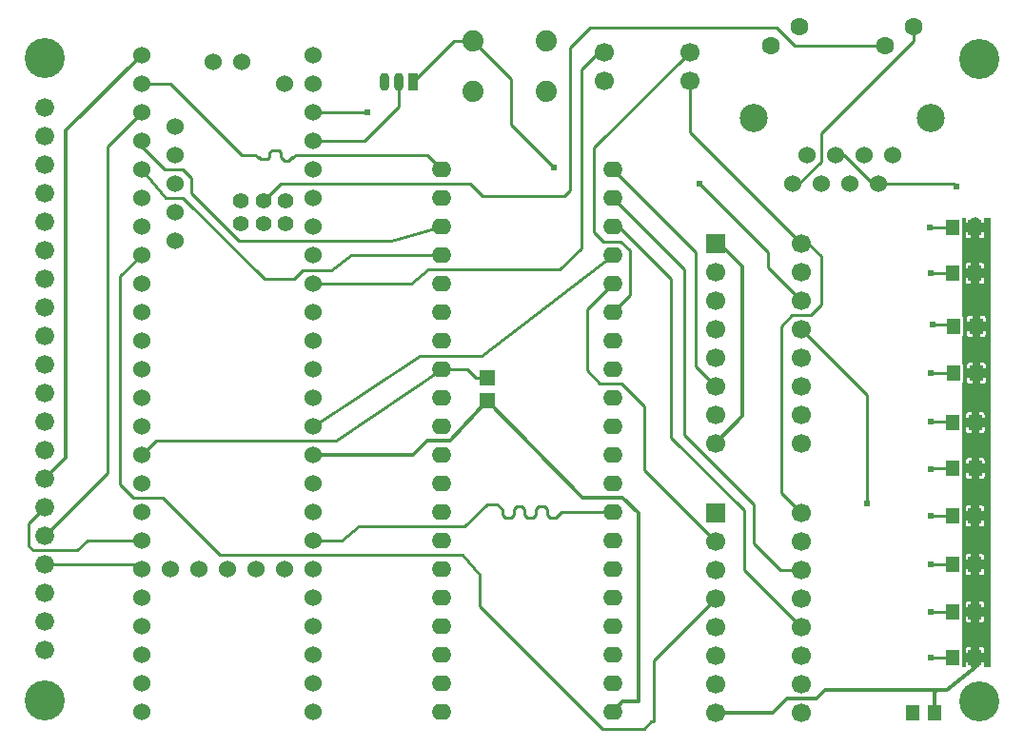
<source format=gbl>
G04 Layer: BottomLayer*
G04 EasyEDA v6.5.39, 2024-01-24 12:43:59*
G04 deea6d9213314a98b6ebed6103c3b4d4,cb1d8df9e4d043698efa6217e4288dd5,10*
G04 Gerber Generator version 0.2*
G04 Scale: 100 percent, Rotated: No, Reflected: No *
G04 Dimensions in millimeters *
G04 leading zeros omitted , absolute positions ,4 integer and 5 decimal *
%FSLAX45Y45*%
%MOMM*%

%AMMACRO1*21,1,$1,$2,0,0,$3*%
%ADD10C,0.2540*%
%ADD11C,0.2500*%
%ADD12C,0.3000*%
%ADD13C,0.4064*%
%ADD14MACRO1,1.377X1.1325X-90.0000*%
%ADD15MACRO1,1.377X1.1325X90.0000*%
%ADD16R,1.3500X1.4100*%
%ADD17MACRO1,1.35X1.41X0.0000*%
%ADD18C,1.6764*%
%ADD19C,3.5560*%
%ADD20C,1.6000*%
%ADD21C,1.5240*%
%ADD22C,2.5000*%
%ADD23O,1.7500092X1.3999972*%
%ADD24C,1.7000*%
%ADD25O,0.8999982X1.5999968*%
%ADD26R,0.9000X1.6000*%
%ADD27R,1.7000X1.7000*%
%ADD28C,1.8796*%
%ADD29C,1.4000*%
%ADD30C,0.6100*%
%ADD31C,0.0172*%

%LPD*%
G36*
X8963660Y11150600D02*
G01*
X8959748Y11151362D01*
X8956497Y11153597D01*
X8954262Y11156848D01*
X8953500Y11160760D01*
X8953500Y13675410D01*
X8953906Y13678204D01*
X8955074Y13680846D01*
X8958834Y13686739D01*
X8960713Y13692174D01*
X8961424Y13698524D01*
X8961424Y13835075D01*
X8960713Y13841425D01*
X8958834Y13846860D01*
X8955074Y13852753D01*
X8953906Y13855395D01*
X8953500Y13858189D01*
X8953500Y14094510D01*
X8953906Y14097304D01*
X8955074Y14099946D01*
X8958834Y14105839D01*
X8960713Y14111274D01*
X8961424Y14117624D01*
X8961424Y14254175D01*
X8960713Y14260525D01*
X8958834Y14265960D01*
X8955074Y14271853D01*
X8953906Y14274495D01*
X8953500Y14277289D01*
X8953500Y15140940D01*
X8954262Y15144851D01*
X8956497Y15148102D01*
X8959748Y15150338D01*
X8963660Y15151100D01*
X8975090Y15151100D01*
X8978849Y15150388D01*
X8982100Y15148306D01*
X8984335Y15145156D01*
X8985199Y15141397D01*
X8984386Y15136825D01*
X8983675Y15130475D01*
X8983675Y15102992D01*
X9031528Y15102992D01*
X9031528Y15140940D01*
X9032290Y15144851D01*
X9034526Y15148102D01*
X9037828Y15150338D01*
X9041688Y15151100D01*
X9090710Y15151100D01*
X9094571Y15150338D01*
X9097873Y15148102D01*
X9100108Y15144851D01*
X9100870Y15140940D01*
X9100870Y15102992D01*
X9148724Y15102992D01*
X9148724Y15130475D01*
X9147200Y15141397D01*
X9148114Y15145156D01*
X9150299Y15148306D01*
X9153550Y15150388D01*
X9157360Y15151100D01*
X9197340Y15151100D01*
X9201251Y15150338D01*
X9204502Y15148102D01*
X9206738Y15144851D01*
X9207500Y15140940D01*
X9207500Y11160760D01*
X9206738Y11156848D01*
X9204502Y11153597D01*
X9201251Y11151362D01*
X9197340Y11150600D01*
X9157360Y11150600D01*
X9153550Y11151311D01*
X9150299Y11153394D01*
X9148114Y11156543D01*
X9147200Y11160302D01*
X9148013Y11164874D01*
X9148724Y11171224D01*
X9148724Y11198707D01*
X9100870Y11198707D01*
X9100870Y11160760D01*
X9100108Y11156848D01*
X9097873Y11153597D01*
X9094571Y11151362D01*
X9090710Y11150600D01*
X9041688Y11150600D01*
X9037828Y11151362D01*
X9034526Y11153597D01*
X9032290Y11156848D01*
X9031528Y11160760D01*
X9031528Y11198707D01*
X8983675Y11198707D01*
X8983675Y11171224D01*
X8985199Y11160302D01*
X8984335Y11156543D01*
X8982100Y11153394D01*
X8978849Y11151311D01*
X8975090Y11150600D01*
G37*

%LPC*%
G36*
X9100870Y11280292D02*
G01*
X9148724Y11280292D01*
X9148724Y11307775D01*
X9148013Y11314125D01*
X9146133Y11319560D01*
X9143034Y11324488D01*
X9138920Y11328552D01*
X9134043Y11331651D01*
X9128607Y11333530D01*
X9122257Y11334242D01*
X9100870Y11334242D01*
G37*
G36*
X8983675Y11280292D02*
G01*
X9031528Y11280292D01*
X9031528Y11334242D01*
X9010142Y11334242D01*
X9003842Y11333530D01*
X8998356Y11331651D01*
X8993479Y11328552D01*
X8989364Y11324488D01*
X8986316Y11319560D01*
X8984386Y11314125D01*
X8983675Y11307775D01*
G37*
G36*
X9010142Y11551158D02*
G01*
X9031528Y11551158D01*
X9031528Y11605107D01*
X8983675Y11605107D01*
X8983675Y11577624D01*
X8984386Y11571274D01*
X8986316Y11565839D01*
X8989364Y11560911D01*
X8993479Y11556847D01*
X8998356Y11553748D01*
X9003842Y11551869D01*
G37*
G36*
X9100870Y11551158D02*
G01*
X9122257Y11551158D01*
X9128607Y11551869D01*
X9134043Y11553748D01*
X9138920Y11556847D01*
X9143034Y11560911D01*
X9146133Y11565839D01*
X9148013Y11571274D01*
X9148724Y11577624D01*
X9148724Y11605107D01*
X9100870Y11605107D01*
G37*
G36*
X8983675Y11686692D02*
G01*
X9031528Y11686692D01*
X9031528Y11740642D01*
X9010142Y11740642D01*
X9003842Y11739930D01*
X8998356Y11738051D01*
X8993479Y11734952D01*
X8989364Y11730888D01*
X8986316Y11725960D01*
X8984386Y11720525D01*
X8983675Y11714175D01*
G37*
G36*
X9100870Y11686692D02*
G01*
X9148724Y11686692D01*
X9148724Y11714175D01*
X9148013Y11720525D01*
X9146133Y11725960D01*
X9143034Y11730888D01*
X9138920Y11734952D01*
X9134043Y11738051D01*
X9128607Y11739930D01*
X9122257Y11740642D01*
X9100870Y11740642D01*
G37*
G36*
X9100870Y11970258D02*
G01*
X9122257Y11970258D01*
X9128607Y11970969D01*
X9134043Y11972848D01*
X9138920Y11975947D01*
X9143034Y11980011D01*
X9146133Y11984939D01*
X9148013Y11990374D01*
X9148724Y11996724D01*
X9148724Y12024207D01*
X9100870Y12024207D01*
G37*
G36*
X9010142Y11970258D02*
G01*
X9031528Y11970258D01*
X9031528Y12024207D01*
X8983675Y12024207D01*
X8983675Y11996724D01*
X8984386Y11990374D01*
X8986316Y11984939D01*
X8989364Y11980011D01*
X8993479Y11975947D01*
X8998356Y11972848D01*
X9003842Y11970969D01*
G37*
G36*
X8983675Y12105792D02*
G01*
X9031528Y12105792D01*
X9031528Y12159742D01*
X9010142Y12159742D01*
X9003842Y12159030D01*
X8998356Y12157151D01*
X8993479Y12154052D01*
X8989364Y12149988D01*
X8986316Y12145060D01*
X8984386Y12139625D01*
X8983675Y12133275D01*
G37*
G36*
X9100870Y12105792D02*
G01*
X9148724Y12105792D01*
X9148724Y12133275D01*
X9148013Y12139625D01*
X9146133Y12145060D01*
X9143034Y12149988D01*
X9138920Y12154052D01*
X9134043Y12157151D01*
X9128607Y12159030D01*
X9122257Y12159742D01*
X9100870Y12159742D01*
G37*
G36*
X9010142Y12402058D02*
G01*
X9031528Y12402058D01*
X9031528Y12456007D01*
X8983675Y12456007D01*
X8983675Y12428524D01*
X8984386Y12422174D01*
X8986316Y12416739D01*
X8989364Y12411811D01*
X8993479Y12407747D01*
X8998356Y12404648D01*
X9003842Y12402769D01*
G37*
G36*
X9100870Y12402058D02*
G01*
X9122257Y12402058D01*
X9128607Y12402769D01*
X9134043Y12404648D01*
X9138920Y12407747D01*
X9143034Y12411811D01*
X9146133Y12416739D01*
X9148013Y12422174D01*
X9148724Y12428524D01*
X9148724Y12456007D01*
X9100870Y12456007D01*
G37*
G36*
X8983675Y12537592D02*
G01*
X9031528Y12537592D01*
X9031528Y12591542D01*
X9010142Y12591542D01*
X9003842Y12590830D01*
X8998356Y12588951D01*
X8993479Y12585852D01*
X8989364Y12581788D01*
X8986316Y12576860D01*
X8984386Y12571425D01*
X8983675Y12565075D01*
G37*
G36*
X9100870Y12537592D02*
G01*
X9148724Y12537592D01*
X9148724Y12565075D01*
X9148013Y12571425D01*
X9146133Y12576860D01*
X9143034Y12581788D01*
X9138920Y12585852D01*
X9134043Y12588951D01*
X9128607Y12590830D01*
X9122257Y12591542D01*
X9100870Y12591542D01*
G37*
G36*
X9013545Y12825984D02*
G01*
X9034932Y12825984D01*
X9034932Y12879933D01*
X8987028Y12879933D01*
X8987028Y12852450D01*
X8987739Y12846100D01*
X8989669Y12840665D01*
X8992768Y12835737D01*
X8996832Y12831673D01*
X9001760Y12828574D01*
X9007195Y12826695D01*
G37*
G36*
X9104223Y12825984D02*
G01*
X9125661Y12825984D01*
X9131960Y12826695D01*
X9137446Y12828574D01*
X9142323Y12831673D01*
X9146438Y12835737D01*
X9149486Y12840665D01*
X9151416Y12846100D01*
X9152128Y12852450D01*
X9152128Y12879933D01*
X9104223Y12879933D01*
G37*
G36*
X8987028Y12961518D02*
G01*
X9034932Y12961518D01*
X9034932Y13015468D01*
X9013545Y13015468D01*
X9007195Y13014756D01*
X9001760Y13012877D01*
X8996832Y13009778D01*
X8992768Y13005714D01*
X8989669Y13000786D01*
X8987739Y12995351D01*
X8987028Y12989001D01*
G37*
G36*
X9104223Y12961518D02*
G01*
X9152128Y12961518D01*
X9152128Y12989001D01*
X9151416Y12995351D01*
X9149486Y13000786D01*
X9146438Y13005714D01*
X9142323Y13009778D01*
X9137446Y13012877D01*
X9131960Y13014756D01*
X9125661Y13015468D01*
X9104223Y13015468D01*
G37*
G36*
X9104223Y13232384D02*
G01*
X9125661Y13232384D01*
X9131960Y13233095D01*
X9137446Y13234974D01*
X9142323Y13238073D01*
X9146438Y13242137D01*
X9149486Y13247065D01*
X9151416Y13252500D01*
X9152128Y13258850D01*
X9152128Y13286333D01*
X9104223Y13286333D01*
G37*
G36*
X9013545Y13232384D02*
G01*
X9034932Y13232384D01*
X9034932Y13286333D01*
X8987028Y13286333D01*
X8987028Y13258850D01*
X8987739Y13252500D01*
X8989669Y13247065D01*
X8992768Y13242137D01*
X8996832Y13238073D01*
X9001760Y13234974D01*
X9007195Y13233095D01*
G37*
G36*
X9104223Y13367918D02*
G01*
X9152128Y13367918D01*
X9152128Y13395401D01*
X9151416Y13401751D01*
X9149486Y13407186D01*
X9146438Y13412114D01*
X9142323Y13416178D01*
X9137446Y13419277D01*
X9131960Y13421156D01*
X9125661Y13421868D01*
X9104223Y13421868D01*
G37*
G36*
X8987028Y13367918D02*
G01*
X9034932Y13367918D01*
X9034932Y13421868D01*
X9013545Y13421868D01*
X9007195Y13421156D01*
X9001760Y13419277D01*
X8996832Y13416178D01*
X8992768Y13412114D01*
X8989669Y13407186D01*
X8987739Y13401751D01*
X8987028Y13395401D01*
G37*
G36*
X9113570Y13672057D02*
G01*
X9134957Y13672057D01*
X9141307Y13672769D01*
X9146743Y13674648D01*
X9151620Y13677747D01*
X9155734Y13681811D01*
X9158833Y13686739D01*
X9160713Y13692174D01*
X9161424Y13698524D01*
X9161424Y13726007D01*
X9113570Y13726007D01*
G37*
G36*
X9022842Y13672057D02*
G01*
X9044228Y13672057D01*
X9044228Y13726007D01*
X8996375Y13726007D01*
X8996375Y13698524D01*
X8997086Y13692174D01*
X8999016Y13686739D01*
X9002064Y13681811D01*
X9006179Y13677747D01*
X9011056Y13674648D01*
X9016542Y13672769D01*
G37*
G36*
X9113570Y13807592D02*
G01*
X9161424Y13807592D01*
X9161424Y13835075D01*
X9160713Y13841425D01*
X9158833Y13846860D01*
X9155734Y13851788D01*
X9151620Y13855852D01*
X9146743Y13858951D01*
X9141307Y13860830D01*
X9134957Y13861542D01*
X9113570Y13861542D01*
G37*
G36*
X8996375Y13807592D02*
G01*
X9044228Y13807592D01*
X9044228Y13861542D01*
X9022842Y13861542D01*
X9016542Y13860830D01*
X9011056Y13858951D01*
X9006179Y13855852D01*
X9002064Y13851788D01*
X8999016Y13846860D01*
X8997086Y13841425D01*
X8996375Y13835075D01*
G37*
G36*
X9113570Y14091157D02*
G01*
X9134957Y14091157D01*
X9141307Y14091869D01*
X9146743Y14093748D01*
X9151620Y14096847D01*
X9155734Y14100911D01*
X9158833Y14105839D01*
X9160713Y14111274D01*
X9161424Y14117624D01*
X9161424Y14145107D01*
X9113570Y14145107D01*
G37*
G36*
X9022842Y14091157D02*
G01*
X9044228Y14091157D01*
X9044228Y14145107D01*
X8996375Y14145107D01*
X8996375Y14117624D01*
X8997086Y14111274D01*
X8999016Y14105839D01*
X9002064Y14100911D01*
X9006179Y14096847D01*
X9011056Y14093748D01*
X9016542Y14091869D01*
G37*
G36*
X8996375Y14226692D02*
G01*
X9044228Y14226692D01*
X9044228Y14280642D01*
X9022842Y14280642D01*
X9016542Y14279930D01*
X9011056Y14278051D01*
X9006179Y14274952D01*
X9002064Y14270888D01*
X8999016Y14265960D01*
X8997086Y14260525D01*
X8996375Y14254175D01*
G37*
G36*
X9113570Y14226692D02*
G01*
X9161424Y14226692D01*
X9161424Y14254175D01*
X9160713Y14260525D01*
X9158833Y14265960D01*
X9155734Y14270888D01*
X9151620Y14274952D01*
X9146743Y14278051D01*
X9141307Y14279930D01*
X9134957Y14280642D01*
X9113570Y14280642D01*
G37*
G36*
X9100870Y14561057D02*
G01*
X9122257Y14561057D01*
X9128607Y14561769D01*
X9134043Y14563648D01*
X9138920Y14566747D01*
X9143034Y14570811D01*
X9146133Y14575739D01*
X9148013Y14581174D01*
X9148724Y14587524D01*
X9148724Y14615007D01*
X9100870Y14615007D01*
G37*
G36*
X9010142Y14561057D02*
G01*
X9031528Y14561057D01*
X9031528Y14615007D01*
X8983675Y14615007D01*
X8983675Y14587524D01*
X8984386Y14581174D01*
X8986316Y14575739D01*
X8989364Y14570811D01*
X8993479Y14566747D01*
X8998356Y14563648D01*
X9003842Y14561769D01*
G37*
G36*
X9100870Y14696592D02*
G01*
X9148724Y14696592D01*
X9148724Y14724075D01*
X9148013Y14730425D01*
X9146133Y14735860D01*
X9143034Y14740788D01*
X9138920Y14744852D01*
X9134043Y14747951D01*
X9128607Y14749830D01*
X9122257Y14750542D01*
X9100870Y14750542D01*
G37*
G36*
X8983675Y14696592D02*
G01*
X9031528Y14696592D01*
X9031528Y14750542D01*
X9010142Y14750542D01*
X9003842Y14749830D01*
X8998356Y14747951D01*
X8993479Y14744852D01*
X8989364Y14740788D01*
X8986316Y14735860D01*
X8984386Y14730425D01*
X8983675Y14724075D01*
G37*
G36*
X9010142Y14967457D02*
G01*
X9031528Y14967457D01*
X9031528Y15021407D01*
X8983675Y15021407D01*
X8983675Y14993924D01*
X8984386Y14987574D01*
X8986316Y14982139D01*
X8989364Y14977211D01*
X8993479Y14973147D01*
X8998356Y14970048D01*
X9003842Y14968169D01*
G37*
G36*
X9100870Y14967457D02*
G01*
X9122257Y14967457D01*
X9128607Y14968169D01*
X9134043Y14970048D01*
X9138920Y14973147D01*
X9143034Y14977211D01*
X9146133Y14982139D01*
X9148013Y14987574D01*
X9148724Y14993924D01*
X9148724Y15021407D01*
X9100870Y15021407D01*
G37*

%LPD*%
D10*
X3175000Y14566900D02*
G01*
X4052824Y14566900D01*
X4203700Y14693900D01*
X5374131Y14690597D01*
X5562600Y14879066D01*
X5562600Y16471900D01*
X5715000Y16624300D01*
X5765800Y16624300D01*
X6527800Y16624300D02*
G01*
X5676900Y15773400D01*
X5676900Y15024100D01*
X5759958Y14941042D01*
X5912358Y14941042D01*
X5994400Y14859000D01*
X5994400Y14465300D01*
X5842000Y14312900D01*
X2735072Y15301976D02*
G01*
X2888995Y15455900D01*
X4572000Y15455900D01*
X4686300Y15341600D01*
X5410200Y15341600D01*
X5461000Y15392400D01*
X5461000Y16662400D01*
X5638800Y16840200D01*
X7302500Y16840200D01*
X7459725Y16682974D01*
X8265159Y16682974D01*
X5321300Y15595600D02*
G01*
X4940300Y15976600D01*
X4940300Y16386484D01*
X4602756Y16724020D01*
X7518400Y12522200D02*
G01*
X7340600Y12700000D01*
X7340600Y14185900D01*
X7438897Y14284197D01*
X7603997Y14284197D01*
X7696200Y14376400D01*
X7696200Y14808200D01*
X7581900Y14922500D01*
X7518400Y14922500D01*
X3175000Y15836900D02*
G01*
X3632200Y15836900D01*
X3937000Y16141700D01*
X3937000Y16357600D01*
D11*
X7518400Y14414449D02*
G01*
X7226300Y14706549D01*
X7226300Y14846300D01*
X6616700Y15455900D01*
D10*
X1651000Y16344900D02*
G01*
X1905000Y16344900D01*
X2540000Y15709900D01*
X2662174Y15709900D01*
X2692145Y15679928D01*
X2692145Y15689834D01*
X2710179Y15671800D01*
X2773934Y15671800D01*
X2791968Y15689834D01*
X2791968Y15729966D01*
X2810002Y15748000D01*
X2874009Y15748000D01*
X2892043Y15729966D01*
X2892043Y15689834D01*
X2922777Y15659100D01*
X2961386Y15659100D01*
X2992120Y15689834D01*
X2992120Y15679928D01*
X3022091Y15709900D01*
X4191000Y15709900D01*
X4318000Y15582900D01*
X7518400Y14922449D02*
G01*
X6527800Y15913049D01*
X6527800Y16370300D01*
X3175000Y16090900D02*
G01*
X3657600Y16090900D01*
D11*
X1651000Y16344900D02*
G01*
X1905000Y16344900D01*
X2540000Y15709900D01*
X2662174Y15709900D01*
X2692145Y15679928D01*
X2692145Y15689834D01*
X2710179Y15671800D01*
X2773934Y15671800D01*
X2791968Y15689834D01*
X2791968Y15729966D01*
X2810002Y15748000D01*
X2874009Y15748000D01*
X2892043Y15729966D01*
X2892043Y15689834D01*
X2922777Y15659100D01*
X2961386Y15659100D01*
X2992120Y15689834D01*
X2992120Y15679928D01*
X3022091Y15709900D01*
X4191000Y15709900D01*
X4318000Y15582900D01*
D10*
X8869573Y12920723D02*
G01*
X8678923Y12920723D01*
X8674100Y12915900D01*
X8866200Y12496800D02*
G01*
X8674100Y12496800D01*
X8866200Y12065000D02*
G01*
X8674100Y12065000D01*
X6756400Y13652500D02*
G01*
X6578600Y13830300D01*
X6578600Y14846300D01*
X5842000Y15582900D01*
X4064000Y16357600D02*
G01*
X4430420Y16724020D01*
X4602759Y16724020D01*
D12*
X6756400Y13144449D02*
G01*
X6997700Y13385749D01*
X6997700Y14719300D01*
X6794550Y14922449D01*
D10*
X7518400Y14922449D02*
G01*
X6527800Y15913049D01*
X6527800Y16370300D01*
D11*
X3175000Y13296900D02*
G01*
X4130675Y13919200D01*
X4678679Y13919200D01*
X5842000Y14816074D01*
X5842000Y14820900D01*
D10*
X4318000Y14820900D02*
G01*
X3517900Y14820900D01*
X3340100Y14681200D01*
X3086100Y14681200D01*
X3009900Y14605000D01*
X2743200Y14605000D01*
X2019300Y15328900D01*
X1866900Y15328900D01*
X1651000Y15582900D01*
X7442200Y15455900D02*
G01*
X7493000Y15455900D01*
X7696200Y15646400D01*
X7696200Y15900400D01*
X8521700Y16725900D01*
X8519159Y16852900D01*
X7823174Y15709900D02*
G01*
X7906410Y15709900D01*
X8160410Y15455900D01*
X8204174Y15455900D01*
X8204174Y15455900D02*
G01*
X8877300Y15455900D01*
X8902700Y15430500D01*
D12*
X1651000Y16598900D02*
G01*
X977900Y15925800D01*
X977900Y13017500D01*
X787400Y12827000D01*
D10*
X1651000Y16090900D02*
G01*
X1346200Y15786100D01*
X1346200Y12877800D01*
X787400Y12319000D01*
X787400Y12573000D02*
G01*
X647700Y12433300D01*
X647700Y12230100D01*
X685800Y12192000D01*
X1079500Y12192000D01*
X1168400Y12280900D01*
X1651000Y12280900D01*
X787400Y12065000D02*
G01*
X1612900Y12065000D01*
X1651000Y12026900D01*
X6756400Y11760200D02*
G01*
X6210300Y11214100D01*
X6210300Y10668000D01*
X6184900Y10668000D01*
X6121400Y10604500D01*
X5753100Y10604500D01*
X4660900Y11696700D01*
X4660900Y11976100D01*
X4508500Y12153900D01*
X2349500Y12153900D01*
X1841500Y12661900D01*
X1574800Y12661900D01*
X1460500Y12776200D01*
X1460500Y14630400D01*
X1651000Y14820900D01*
X1651000Y13042900D02*
G01*
X1778000Y13169900D01*
X3378200Y13169900D01*
X4318000Y13804900D01*
X4318000Y13804900D02*
G01*
X4551197Y13804900D01*
X4628997Y13727099D01*
X4724400Y13727099D02*
G01*
X4628997Y13727099D01*
X8866200Y15062200D02*
G01*
X8661400Y15062200D01*
X8878900Y13766800D02*
G01*
X8674100Y13766800D01*
D12*
X6756400Y10744200D02*
G01*
X7264400Y10744200D01*
X7391400Y10871200D01*
X7658100Y10871200D01*
X7734300Y10947400D01*
X8813800Y10947400D01*
X9067800Y11150600D01*
X9066199Y11239500D01*
X8728166Y10947400D02*
G01*
X8710599Y10929833D01*
X8710599Y10744200D01*
D10*
X8864600Y14655800D02*
G01*
X8699500Y14655800D01*
X8674100Y14655800D01*
X8686800Y14198600D02*
G01*
X8859354Y14198600D01*
X8872054Y14185900D01*
X8864600Y13322300D02*
G01*
X8851900Y13335000D01*
X8674100Y13335000D01*
X8877300Y11645900D02*
G01*
X8674100Y11645900D01*
X8864600Y11239500D02*
G01*
X8674100Y11239500D01*
D12*
X9069577Y15138958D02*
G01*
X9069577Y14889223D01*
D10*
X7518400Y12014200D02*
G01*
X7338059Y12016739D01*
X7099300Y12255500D01*
X7099300Y12598400D01*
X6477000Y13220700D01*
X6477000Y14693900D01*
X5842000Y15328900D01*
X7518400Y11506200D02*
G01*
X7010400Y12014200D01*
X7010400Y12547600D01*
X6362700Y13195300D01*
X6362700Y14605000D01*
X5892800Y15074900D01*
X5842000Y15074900D01*
X6756400Y12268200D02*
G01*
X6121400Y12903200D01*
X6121400Y13474700D01*
X5918200Y13677900D01*
X5727700Y13677900D01*
X5613400Y13792200D01*
X5613400Y14338300D01*
X5842000Y14566900D01*
D12*
X3175000Y13042900D02*
G01*
X4064000Y13042900D01*
X4191000Y13169900D01*
X4394200Y13169900D01*
X4724400Y13527100D01*
X4724400Y13527100D02*
G01*
X5575300Y12661900D01*
X5930900Y12661900D01*
X6070600Y12522200D01*
X6070600Y10845800D01*
X5930900Y10845800D01*
X5842000Y10756900D01*
D10*
X4318000Y15074900D02*
G01*
X3873500Y14947900D01*
X2514600Y14947900D01*
X2095500Y15367000D01*
X2095500Y15506700D01*
X2019300Y15582900D01*
X1854200Y15582900D01*
X1651000Y15786100D01*
X1651000Y15836900D01*
D11*
X5842000Y12534900D02*
G01*
X5386070Y12534900D01*
X5335270Y12484862D01*
X5285993Y12484862D01*
X5260593Y12510262D01*
X5260593Y12559537D01*
X5235193Y12584937D01*
X5186172Y12584937D01*
X5160772Y12559537D01*
X5160772Y12510262D01*
X5135372Y12484862D01*
X5086095Y12484862D01*
X5060695Y12510262D01*
X5060695Y12559537D01*
X5035295Y12584937D01*
X4986020Y12584937D01*
X4960620Y12559537D01*
X4960620Y12510262D01*
X4935220Y12484862D01*
X4886197Y12484862D01*
X4860797Y12510262D01*
X4860797Y12559537D01*
X4813300Y12598400D01*
X4724400Y12598400D01*
X4521200Y12407900D01*
X3581400Y12407900D01*
X3429000Y12280900D01*
X3175000Y12280900D01*
D10*
X7518400Y14160500D02*
G01*
X7950200Y13728700D01*
X8102600Y13576300D01*
X8102600Y12611100D01*
D13*
X794001Y15881604D02*
G01*
X787397Y15875000D01*
X788997Y15876600D01*
D14*
G01*
X9066204Y12496800D03*
G01*
X8866195Y12496800D03*
D15*
G01*
X8866195Y11645900D03*
G01*
X9066204Y11645900D03*
G01*
X8866195Y12065000D03*
G01*
X9066204Y12065000D03*
G01*
X8510595Y10744200D03*
G01*
X8710604Y10744200D03*
G01*
X8866195Y11239500D03*
G01*
X9066204Y11239500D03*
G01*
X8878895Y13766800D03*
G01*
X9078904Y13766800D03*
D14*
G01*
X9069583Y12920726D03*
G01*
X8869573Y12920726D03*
D15*
G01*
X8866195Y15062200D03*
G01*
X9066204Y15062200D03*
G01*
X8866195Y14655800D03*
G01*
X9066204Y14655800D03*
G01*
X8878895Y14185900D03*
G01*
X9078904Y14185900D03*
D14*
G01*
X9069583Y13327126D03*
G01*
X8869573Y13327126D03*
D16*
G01*
X4724400Y13527100D03*
D17*
G01*
X4724400Y13727102D03*
D18*
G01*
X787400Y11303000D03*
G01*
X787400Y11557000D03*
G01*
X787400Y11811000D03*
G01*
X787400Y12065000D03*
G01*
X787400Y12319000D03*
G01*
X787400Y12573000D03*
G01*
X787400Y12827000D03*
G01*
X787400Y13081000D03*
G01*
X787400Y13335000D03*
G01*
X787400Y13589000D03*
G01*
X787400Y13843000D03*
G01*
X787400Y14097000D03*
G01*
X787400Y14351000D03*
G01*
X787400Y14605000D03*
G01*
X787400Y14859000D03*
G01*
X787400Y15113000D03*
G01*
X787400Y15367000D03*
G01*
X787400Y15621000D03*
G01*
X787400Y15875000D03*
G01*
X787400Y16129000D03*
D19*
G01*
X9105900Y10845800D03*
G01*
X9105900Y16560800D03*
G01*
X787400Y16573500D03*
G01*
X787400Y10858500D03*
D20*
G01*
X7508234Y16852823D03*
G01*
X7254234Y16682821D03*
G01*
X8519231Y16852823D03*
G01*
X8265231Y16682821D03*
D21*
G01*
X8331220Y15709823D03*
G01*
X8204220Y15455823D03*
G01*
X8077220Y15709823D03*
G01*
X7950220Y15455823D03*
G01*
X7823220Y15709823D03*
G01*
X7696220Y15455823D03*
G01*
X7569220Y15709823D03*
G01*
X7442220Y15455823D03*
D22*
G01*
X8674247Y16039820D03*
G01*
X7099244Y16039845D03*
D23*
G01*
X4318000Y15582900D03*
G01*
X5842000Y15582900D03*
G01*
X4318000Y15328900D03*
G01*
X5842000Y15328900D03*
G01*
X4318000Y15074900D03*
G01*
X5842000Y15074900D03*
G01*
X4318000Y14820900D03*
G01*
X5842000Y14820900D03*
G01*
X4318000Y14566900D03*
G01*
X5842000Y14566900D03*
G01*
X4318000Y14312900D03*
G01*
X5842000Y14312900D03*
G01*
X4318000Y14058900D03*
G01*
X5842000Y14058900D03*
G01*
X4318000Y13804900D03*
G01*
X5842000Y13804900D03*
G01*
X4318000Y13550900D03*
G01*
X5842000Y13550900D03*
G01*
X4318000Y13296900D03*
G01*
X5842000Y13296900D03*
G01*
X4318000Y13042900D03*
G01*
X5842000Y13042900D03*
G01*
X4318000Y12788900D03*
G01*
X5842000Y12788900D03*
G01*
X4318000Y12534900D03*
G01*
X5842000Y12534900D03*
G01*
X4318000Y12280900D03*
G01*
X5842000Y12280900D03*
G01*
X4318000Y12026900D03*
G01*
X5842000Y12026900D03*
G01*
X4318000Y11772900D03*
G01*
X5842000Y11772900D03*
G01*
X4318000Y11518900D03*
G01*
X5842000Y11518900D03*
G01*
X4318000Y11264900D03*
G01*
X5842000Y11264900D03*
G01*
X4318000Y11010900D03*
G01*
X5842000Y11010900D03*
G01*
X4318000Y10756900D03*
G01*
X5842000Y10756900D03*
D24*
G01*
X5765800Y16624300D03*
G01*
X5765800Y16370300D03*
G01*
X6527800Y16370300D03*
G01*
X6527800Y16624300D03*
D25*
G01*
X3810000Y16357600D03*
G01*
X3937000Y16357600D03*
D26*
G01*
X4064000Y16357600D03*
D27*
G01*
X6756400Y12522149D03*
D24*
G01*
X6756400Y12268149D03*
G01*
X6756400Y10998149D03*
G01*
X6756400Y10744149D03*
G01*
X6756400Y12014149D03*
G01*
X6756400Y11760149D03*
G01*
X6756400Y11252149D03*
G01*
X6756400Y11506149D03*
G01*
X7518400Y10744149D03*
G01*
X7518400Y10998149D03*
G01*
X7518400Y11252149D03*
G01*
X7518400Y11506149D03*
G01*
X7518400Y11760149D03*
G01*
X7518400Y12014149D03*
G01*
X7518400Y12268149D03*
G01*
X7518400Y12522149D03*
D27*
G01*
X6756400Y14922449D03*
D24*
G01*
X6756400Y14668449D03*
G01*
X6756400Y13398449D03*
G01*
X6756400Y13144449D03*
G01*
X6756400Y14414449D03*
G01*
X6756400Y14160449D03*
G01*
X6756400Y13652449D03*
G01*
X6756400Y13906449D03*
G01*
X7518400Y13144449D03*
G01*
X7518400Y13398449D03*
G01*
X7518400Y13652449D03*
G01*
X7518400Y13906449D03*
G01*
X7518400Y14160449D03*
G01*
X7518400Y14414449D03*
G01*
X7518400Y14668449D03*
G01*
X7518400Y14922449D03*
D28*
G01*
X4602759Y16724020D03*
G01*
X5252999Y16724020D03*
G01*
X4602759Y16271900D03*
G01*
X5252999Y16271900D03*
D21*
G01*
X1651000Y10756900D03*
G01*
X1651000Y11264900D03*
G01*
X1651000Y11518900D03*
G01*
X1651000Y11010900D03*
G01*
X1651000Y11772900D03*
G01*
X3175000Y11010900D03*
G01*
X3175000Y10756900D03*
G01*
X1651000Y12026900D03*
G01*
X1905000Y12026900D03*
G01*
X2159000Y12026900D03*
G01*
X2413000Y12026900D03*
G01*
X2667000Y12026900D03*
G01*
X2921000Y12026900D03*
G01*
X3175000Y12026900D03*
G01*
X3175000Y11772900D03*
G01*
X3175000Y11518900D03*
G01*
X3175000Y11264900D03*
G01*
X1651000Y12280900D03*
G01*
X1651000Y12788900D03*
G01*
X1651000Y13042900D03*
G01*
X1651000Y13296900D03*
G01*
X1651000Y13550900D03*
G01*
X1651000Y13804900D03*
G01*
X1651000Y14058900D03*
G01*
X1651000Y14312900D03*
G01*
X1651000Y14566900D03*
G01*
X1651000Y14820900D03*
G01*
X1651000Y15074900D03*
G01*
X1651000Y15328900D03*
G01*
X1651000Y15582900D03*
G01*
X1651000Y15836900D03*
G01*
X1651000Y16090900D03*
G01*
X1651000Y16344900D03*
G01*
X1651000Y16598900D03*
G01*
X3175000Y16598900D03*
G01*
X3175000Y16344900D03*
G01*
X3175000Y16090900D03*
G01*
X3175000Y15836900D03*
G01*
X3175000Y15582900D03*
G01*
X3175000Y15328900D03*
G01*
X3175000Y15074900D03*
G01*
X3175000Y14820900D03*
G01*
X3175000Y14566900D03*
G01*
X3175000Y14312900D03*
G01*
X3175000Y14058900D03*
G01*
X3175000Y13804900D03*
G01*
X3175000Y13550900D03*
G01*
X3175000Y13296900D03*
G01*
X3175000Y13042900D03*
G01*
X3175000Y12788900D03*
G01*
X3175000Y12280900D03*
G01*
X2921000Y16344900D03*
D29*
G01*
X2734995Y15301899D03*
G01*
X2934995Y15101900D03*
G01*
X2934995Y15301899D03*
D21*
G01*
X3175000Y12534900D03*
G01*
X1651000Y12534900D03*
G01*
X2286000Y16537889D03*
G01*
X2540000Y16537889D03*
G01*
X1950999Y15963900D03*
G01*
X1950999Y15709900D03*
G01*
X1950999Y15455900D03*
G01*
X1950999Y15201900D03*
G01*
X1950999Y14947900D03*
D29*
G01*
X2534996Y15301899D03*
G01*
X2734995Y15101900D03*
G01*
X2534996Y15101900D03*
D30*
G01*
X8674100Y11645900D03*
G01*
X8674100Y11239500D03*
G01*
X8674100Y13335000D03*
G01*
X8102600Y12611100D03*
G01*
X8686800Y14198600D03*
G01*
X8674100Y14655800D03*
G01*
X8509000Y10744200D03*
G01*
X8674100Y13766800D03*
G01*
X8661400Y15062200D03*
G01*
X8902700Y15430500D03*
G01*
X6616700Y15455900D03*
G01*
X5321300Y15595600D03*
G01*
X8674100Y12065000D03*
G01*
X8674100Y12496800D03*
G01*
X8674100Y12915900D03*
G01*
X3657600Y16090900D03*
M02*

</source>
